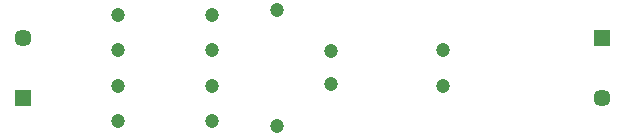
<source format=gbl>
G04*
G04 #@! TF.GenerationSoftware,Altium Limited,Altium Designer,24.5.2 (23)*
G04*
G04 Layer_Physical_Order=2*
G04 Layer_Color=16711680*
%FSLAX44Y44*%
%MOMM*%
G71*
G04*
G04 #@! TF.SameCoordinates,F5A7D25A-99A0-49D6-8A03-8BDFA9006FF5*
G04*
G04*
G04 #@! TF.FilePolarity,Positive*
G04*
G01*
G75*
%ADD17C,1.2000*%
%ADD18C,1.4500*%
%ADD19R,1.4500X1.4500*%
D17*
X410000Y65000D02*
D03*
Y95000D02*
D03*
X270000Y31000D02*
D03*
Y129000D02*
D03*
X315000Y94000D02*
D03*
Y66000D02*
D03*
X135000Y125000D02*
D03*
X215000D02*
D03*
X135000Y95000D02*
D03*
X215000D02*
D03*
Y65000D02*
D03*
X135000D02*
D03*
X215000Y35000D02*
D03*
X135000D02*
D03*
D18*
X55000Y105250D02*
D03*
X545000Y54750D02*
D03*
D19*
X55000Y54750D02*
D03*
X545000Y105250D02*
D03*
M02*

</source>
